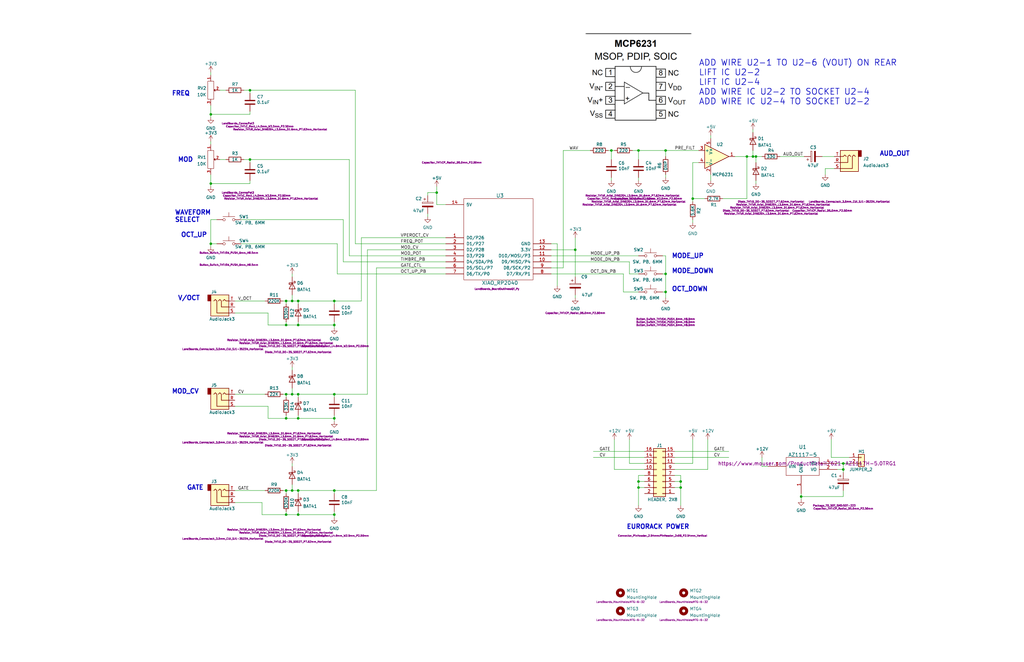
<source format=kicad_sch>
(kicad_sch (version 20211123) (generator eeschema)
  (paper "B")
  (title_block (title "VOLTAGE CONTROLLED OSC") (date "2022-09-21") (rev "1") (company "LAND BOARDS LLC") (comment 1 "https://note.com/solder_state/n/nca6a1dec3921"))
  (lib_symbols
    (symbol "Amplifier_Operational:MCP6001-OT" (pin_names (offset 0.127))
      (property "Reference" "U" (at -1.27 6.35 0))
      (property "Value" "MCP6001-OT" (at -1.27 3.81 0))
      (symbol "MCP6001-OT_0_1"
        (polyline (pts (xy -5.08 5.08) (xy 5.08 0) (xy -5.08 -5.08) (xy -5.08 5.08)) (stroke (width 0.254)) (fill (type background)))
        (pin power_in line (at -2.54 -7.62 90) (length 3.81) (name "V-") (number "2"))
        (pin power_in line (at -2.54 7.62 270) (length 3.81) (name "V+") (number "5"))
      )
      (symbol "MCP6001-OT_1_1"
        (pin output line (at 7.62 0 180) (length 2.54) (name "~") (number "1"))
        (pin input line (at -7.62 2.54 0) (length 2.54) (name "+") (number "3"))
        (pin input line (at -7.62 -2.54 0) (length 2.54) (name "-") (number "4"))
      )
    )
    (symbol "Connector:AudioJack3"
      (property "Reference" "J" (at 0 8.89 0))
      (property "Value" "AudioJack3" (at 0 6.35 0))
      (symbol "AudioJack3_0_1"
        (rectangle (start -5.08 -5.08) (end -6.35 -2.54) (stroke (width 0.254)) (fill (type outline)))
        (polyline (pts (xy 0 -2.54) (xy 0.635 -3.175) (xy 1.27 -2.54) (xy 2.54 -2.54)) (stroke (width 0.254)))
        (polyline (pts (xy -1.905 -2.54) (xy -1.27 -3.175) (xy -0.635 -2.54) (xy -0.635 0) (xy 2.54 0)) (stroke (width 0.254)))
        (polyline (pts (xy 2.54 2.54) (xy -2.54 2.54) (xy -2.54 -2.54) (xy -3.175 -3.175) (xy -3.81 -2.54)) (stroke (width 0.254)))
        (rectangle (start 2.54 3.81) (end -5.08 -5.08) (stroke (width 0.254)) (fill (type background)))
      )
      (symbol "AudioJack3_1_1"
        (pin passive line (at 5.08 0 180) (length 2.54) (name "~") (number "R"))
        (pin passive line (at 5.08 2.54 180) (length 2.54) (name "~") (number "S"))
        (pin passive line (at 5.08 -2.54 180) (length 2.54) (name "~") (number "T"))
      )
    )
    (symbol "Connector_Generic:Conn_01x02" (pin_names (offset 1.016) hide)
      (property "Reference" "J" (at 0 2.54 0))
      (property "Value" "Conn_01x02" (at 0 -5.08 0))
      (symbol "Conn_01x02_1_1"
        (rectangle (start -1.27 -2.413) (end 0 -2.667) (stroke (width 0.1524)))
        (rectangle (start -1.27 0.127) (end 0 -0.127) (stroke (width 0.1524)))
        (rectangle (start -1.27 1.27) (end 1.27 -3.81) (stroke (width 0.254)) (fill (type background)))
        (pin passive line (at -5.08 0 0) (length 3.81) (name "Pin_1") (number "1"))
        (pin passive line (at -5.08 -2.54 0) (length 3.81) (name "Pin_2") (number "2"))
      )
    )
    (symbol "Connector_Generic:Conn_02x08_Odd_Even" (pin_names (offset 1.016) hide)
      (property "Reference" "J" (at 1.27 10.16 0))
      (property "Value" "Conn_02x08_Odd_Even" (at 1.27 -12.7 0))
      (symbol "Conn_02x08_Odd_Even_1_1"
        (rectangle (start -1.27 -10.033) (end 0 -10.287) (stroke (width 0.1524)))
        (rectangle (start -1.27 -7.493) (end 0 -7.747) (stroke (width 0.1524)))
        (rectangle (start -1.27 -4.953) (end 0 -5.207) (stroke (width 0.1524)))
        (rectangle (start -1.27 -2.413) (end 0 -2.667) (stroke (width 0.1524)))
        (rectangle (start -1.27 0.127) (end 0 -0.127) (stroke (width 0.1524)))
        (rectangle (start -1.27 2.667) (end 0 2.413) (stroke (width 0.1524)))
        (rectangle (start -1.27 5.207) (end 0 4.953) (stroke (width 0.1524)))
        (rectangle (start -1.27 7.747) (end 0 7.493) (stroke (width 0.1524)))
        (rectangle (start -1.27 8.89) (end 3.81 -11.43) (stroke (width 0.254)) (fill (type background)))
        (rectangle (start 3.81 -10.033) (end 2.54 -10.287) (stroke (width 0.1524)))
        (rectangle (start 3.81 -7.493) (end 2.54 -7.747) (stroke (width 0.1524)))
        (rectangle (start 3.81 -4.953) (end 2.54 -5.207) (stroke (width 0.1524)))
        (rectangle (start 3.81 -2.413) (end 2.54 -2.667) (stroke (width 0.1524)))
        (rectangle (start 3.81 0.127) (end 2.54 -0.127) (stroke (width 0.1524)))
        (rectangle (start 3.81 2.667) (end 2.54 2.413) (stroke (width 0.1524)))
        (rectangle (start 3.81 5.207) (end 2.54 4.953) (stroke (width 0.1524)))
        (rectangle (start 3.81 7.747) (end 2.54 7.493) (stroke (width 0.1524)))
        (pin passive line (at -5.08 7.62 0) (length 3.81) (name "Pin_1") (number "1"))
        (pin passive line (at 7.62 -2.54 180) (length 3.81) (name "Pin_10") (number "10"))
        (pin passive line (at -5.08 -5.08 0) (length 3.81) (name "Pin_11") (number "11"))
        (pin passive line (at 7.62 -5.08 180) (length 3.81) (name "Pin_12") (number "12"))
        (pin passive line (at -5.08 -7.62 0) (length 3.81) (name "Pin_13") (number "13"))
        (pin passive line (at 7.62 -7.62 180) (length 3.81) (name "Pin_14") (number "14"))
        (pin passive line (at -5.08 -10.16 0) (length 3.81) (name "Pin_15") (number "15"))
        (pin passive line (at 7.62 -10.16 180) (length 3.81) (name "Pin_16") (number "16"))
        (pin passive line (at 7.62 7.62 180) (length 3.81) (name "Pin_2") (number "2"))
        (pin passive line (at -5.08 5.08 0) (length 3.81) (name "Pin_3") (number "3"))
        (pin passive line (at 7.62 5.08 180) (length 3.81) (name "Pin_4") (number "4"))
        (pin passive line (at -5.08 2.54 0) (length 3.81) (name "Pin_5") (number "5"))
        (pin passive line (at 7.62 2.54 180) (length 3.81) (name "Pin_6") (number "6"))
        (pin passive line (at -5.08 0 0) (length 3.81) (name "Pin_7") (number "7"))
        (pin passive line (at 7.62 0 180) (length 3.81) (name "Pin_8") (number "8"))
        (pin passive line (at -5.08 -2.54 0) (length 3.81) (name "Pin_9") (number "9"))
      )
    )
    (symbol "Device:C" (pin_numbers hide) (pin_names (offset 0.254))
      (property "Reference" "C" (at 0.635 2.54 0))
      (property "Value" "C" (at 0.635 -2.54 0))
      (symbol "C_0_1"
        (polyline (pts (xy -2.032 -0.762) (xy 2.032 -0.762)) (stroke (width 0.508)))
        (polyline (pts (xy -2.032 0.762) (xy 2.032 0.762)) (stroke (width 0.508)))
      )
      (symbol "C_1_1"
        (pin passive line (at 0 3.81 270) (length 2.794) (name "~") (number "1"))
        (pin passive line (at 0 -3.81 90) (length 2.794) (name "~") (number "2"))
      )
    )
    (symbol "Device:C_Polarized" (pin_numbers hide) (pin_names (offset 0.254))
      (property "Reference" "C" (at 0.635 2.54 0))
      (property "Value" "C_Polarized" (at 0.635 -2.54 0))
      (symbol "C_Polarized_0_1"
        (rectangle (start -2.286 0.508) (end 2.286 1.016))
        (polyline (pts (xy -1.778 2.286) (xy -0.762 2.286)))
        (polyline (pts (xy -1.27 2.794) (xy -1.27 1.778)))
        (rectangle (start 2.286 -0.508) (end -2.286 -1.016) (fill (type outline)))
      )
      (symbol "C_Polarized_1_1"
        (pin passive line (at 0 3.81 270) (length 2.794) (name "~") (number "1"))
        (pin passive line (at 0 -3.81 90) (length 2.794) (name "~") (number "2"))
      )
    )
    (symbol "Device:D_Schottky" (pin_numbers hide) (pin_names (offset 1.016) hide)
      (property "Reference" "D" (at 0 2.54 0))
      (property "Value" "D_Schottky" (at 0 -2.54 0))
      (symbol "D_Schottky_0_1"
        (polyline (pts (xy 1.27 0) (xy -1.27 0)))
        (polyline (pts (xy 1.27 1.27) (xy 1.27 -1.27) (xy -1.27 0) (xy 1.27 1.27)) (stroke (width 0.254)))
        (polyline (pts (xy -1.905 0.635) (xy -1.905 1.27) (xy -1.27 1.27) (xy -1.27 -1.27) (xy -0.635 -1.27) (xy -0.635 -0.635)) (stroke (width 0.254)))
      )
      (symbol "D_Schottky_1_1"
        (pin passive line (at -3.81 0 0) (length 2.54) (name "K") (number "1"))
        (pin passive line (at 3.81 0 180) (length 2.54) (name "A") (number "2"))
      )
    )
    (symbol "Device:R" (pin_numbers hide) (pin_names (offset 0))
      (property "Reference" "R" (at 2.032 0 90))
      (property "Value" "R" (at 0 0 90))
      (symbol "R_0_1"
        (rectangle (start -1.016 -2.54) (end 1.016 2.54) (stroke (width 0.254)))
      )
      (symbol "R_1_1"
        (pin passive line (at 0 3.81 270) (length 1.27) (name "~") (number "1"))
        (pin passive line (at 0 -3.81 90) (length 1.27) (name "~") (number "2"))
      )
    )
    (symbol "LandBoards:POT" (pin_names (offset 1.016) hide)
      (property "Reference" "RV" (at 0 -2.54 0))
      (property "Value" "POT" (at 0 0 0))
      (symbol "POT_0_1"
        (rectangle (start -3.81 1.27) (end 3.81 -1.27))
        (polyline (pts (xy 0 1.27) (xy -0.508 1.778) (xy 0.508 1.778)) (fill (type outline)))
      )
      (symbol "POT_1_1"
        (pin passive line (at -6.35 0 0) (length 2.54) (name "1") (number "1"))
        (pin passive line (at 0 3.81 270) (length 2.032) (name "2") (number "2"))
        (pin passive line (at 6.35 0 180) (length 2.54) (name "3") (number "3"))
      )
    )
    (symbol "LandBoards_Cards:XIAO_RP2040" (pin_names (offset 1.016))
      (property "Reference" "BRD" (at 0 25.4 0))
      (property "Value" "XIAO_RP2040" (at 0 -11.43 0))
      (symbol "XIAO_RP2040_0_0"
        (rectangle (start -15.24 24.13) (end 13.97 -10.16))
      )
      (symbol "XIAO_RP2040_1_1"
        (pin bidirectional line (at -22.86 7.62 0) (length 7.62) (name "D0/P26") (number "1"))
        (pin bidirectional line (at 21.59 -2.54 180) (length 7.62) (name "D9/MISO/P4") (number "10"))
        (pin bidirectional line (at 21.59 0 180) (length 7.62) (name "D10/MOSI/P3") (number "11"))
        (pin power_out line (at 21.59 2.54 180) (length 7.62) (name "3.3V") (number "12"))
        (pin power_in line (at 21.59 5.08 180) (length 7.62) (name "GND") (number "13"))
        (pin power_in line (at -22.86 21.59 0) (length 7.62) (name "5V") (number "14"))
        (pin bidirectional line (at -22.86 5.08 0) (length 7.62) (name "D1/P27") (number "2"))
        (pin bidirectional line (at -22.86 2.54 0) (length 7.62) (name "D2/P28") (number "3"))
        (pin bidirectional line (at -22.86 0 0) (length 7.62) (name "D3/P29") (number "4"))
        (pin bidirectional line (at -22.86 -2.54 0) (length 7.62) (name "D4/SDA/P6") (number "5"))
        (pin bidirectional line (at -22.86 -5.08 0) (length 7.62) (name "D5/SCL/P7") (number "6"))
        (pin bidirectional line (at -22.86 -7.62 0) (length 7.62) (name "D6/TX/P0") (number "7"))
        (pin bidirectional line (at 21.59 -7.62 180) (length 7.62) (name "D7/RX/P1") (number "8"))
        (pin bidirectional line (at 21.59 -5.08 180) (length 7.62) (name "D8/SCK/P2") (number "9"))
      )
    )
    (symbol "LandBoards_Semis:AP1117" (pin_names (offset 1.016))
      (property "Reference" "U" (at 2.54 3.81 0))
      (property "Value" "AP1117" (at 6.35 -6.35 0))
      (symbol "AP1117_0_1"
        (polyline (pts (xy -8.89 -5.08) (xy -8.89 2.54) (xy 5.08 2.54) (xy 5.08 -5.08) (xy -8.89 -5.08)))
      )
      (symbol "AP1117_1_1"
        (pin power_in line (at -2.54 -12.7 90) (length 7.62) (name "GND") (number "1"))
        (pin passive line (at 12.7 -2.54 180) (length 7.62) (name "VO") (number "2"))
        (pin power_in line (at -16.51 -1.27 0) (length 7.62) (name "VIN") (number "3"))
        (pin power_out line (at 12.7 0 180) (length 7.62) (name "VO") (number "4"))
      )
    )
    (symbol "Mechanical:MountingHole" (pin_names (offset 1.016))
      (property "Reference" "H" (at 0 5.08 0))
      (property "Value" "MountingHole" (at 0 3.175 0))
      (symbol "MountingHole_0_1"
        (circle (center 0 0) (radius 1.27) (stroke (width 1.27)))
      )
    )
    (symbol "Switch:SW_Push" (pin_numbers hide) (pin_names (offset 1.016) hide)
      (property "Reference" "SW" (at 1.27 2.54 0))
      (property "Value" "SW_Push" (at 0 -1.524 0))
      (symbol "SW_Push_0_1"
        (circle (center -2.032 0) (radius 0.508))
        (polyline (pts (xy 0 1.27) (xy 0 3.048)))
        (polyline (pts (xy 2.54 1.27) (xy -2.54 1.27)))
        (circle (center 2.032 0) (radius 0.508))
        (pin passive line (at -5.08 0 0) (length 2.54) (name "1") (number "1"))
        (pin passive line (at 5.08 0 180) (length 2.54) (name "2") (number "2"))
      )
    )
    (symbol "power:+12V" (power) (pin_names (offset 0))
      (property "Value" "+12V" (at 0 3.556 0))
      (symbol "+12V_0_1"
        (polyline (pts (xy -0.762 1.27) (xy 0 2.54)))
        (polyline (pts (xy 0 0) (xy 0 2.54)))
        (polyline (pts (xy 0 2.54) (xy 0.762 1.27)))
      )
      (symbol "+12V_1_1"
        (pin power_in line (at 0 0 90) (length 0) hide (name "+12V") (number "1"))
      )
    )
    (symbol "power:+3.3V" (power) (pin_names (offset 0))
      (property "Value" "+3.3V" (at 0 3.556 0))
      (symbol "+3.3V_0_1"
        (polyline (pts (xy -0.762 1.27) (xy 0 2.54)))
        (polyline (pts (xy 0 0) (xy 0 2.54)))
        (polyline (pts (xy 0 2.54) (xy 0.762 1.27)))
      )
      (symbol "+3.3V_1_1"
        (pin power_in line (at 0 0 90) (length 0) hide (name "+3V3") (number "1"))
      )
    )
    (symbol "power:+5V" (power) (pin_names (offset 0))
      (property "Value" "+5V" (at 0 3.556 0))
      (symbol "+5V_0_1"
        (polyline (pts (xy -0.762 1.27) (xy 0 2.54)))
        (polyline (pts (xy 0 0) (xy 0 2.54)))
        (polyline (pts (xy 0 2.54) (xy 0.762 1.27)))
      )
      (symbol "+5V_1_1"
        (pin power_in line (at 0 0 90) (length 0) hide (name "+5V") (number "1"))
      )
    )
    (symbol "power:GND" (power) (pin_names (offset 0))
      (property "Value" "GND" (at 0 -3.81 0))
      (symbol "GND_0_1"
        (polyline (pts (xy 0 0) (xy 0 -1.27) (xy 1.27 -1.27) (xy 0 -2.54) (xy -1.27 -1.27) (xy 0 -1.27)))
      )
      (symbol "GND_1_1"
        (pin power_in line (at 0 0 270) (length 0) hide (name "GND") (number "1"))
      )
    )
  )
  (junction (at 120.65 137.16))
  (junction (at 287.02 205.74))
  (junction (at 140.97 176.53))
  (junction (at 120.65 207.01))
  (junction (at 269.24 203.2))
  (junction (at 105.41 67.31))
  (junction (at 242.57 105.41))
  (junction (at 120.65 166.37))
  (junction (at 280.67 123.19))
  (junction (at 123.19 127))
  (junction (at 269.24 63.5))
  (junction (at 337.82 209.55))
  (junction (at 280.67 63.5))
  (junction (at 88.9 102.87))
  (junction (at 140.97 166.37))
  (junction (at 140.97 127))
  (junction (at 120.65 176.53))
  (junction (at 120.65 127))
  (junction (at 184.15 81.28))
  (junction (at 257.81 63.5))
  (junction (at 140.97 137.16))
  (junction (at 140.97 217.17))
  (junction (at 287.02 203.2))
  (junction (at 292.1 83.82))
  (junction (at 125.73 137.16))
  (junction (at 280.67 115.57))
  (junction (at 125.73 207.01))
  (junction (at 140.97 207.01))
  (junction (at 123.19 207.01))
  (junction (at 125.73 176.53))
  (junction (at 88.9 48.26))
  (junction (at 314.96 66.04))
  (junction (at 125.73 127))
  (junction (at 120.65 217.17))
  (junction (at 105.41 38.1))
  (junction (at 355.6 198.12))
  (junction (at 355.6 195.58))
  (junction (at 317.5 66.04))
  (junction (at 269.24 205.74))
  (junction (at 125.73 217.17))
  (junction (at 318.77 66.04))
  (junction (at 123.19 166.37))
  (junction (at 125.73 166.37))
  (junction (at 88.9 77.47))
  (wire (pts (xy 120.65 166.37) (xy 123.19 166.37)))
  (wire (pts (xy 259.08 185.42) (xy 259.08 198.12)))
  (wire (pts (xy 287.02 203.2) (xy 287.02 205.74)))
  (wire (pts (xy 92.71 38.1) (xy 95.25 38.1)))
  (wire (pts (xy 88.9 48.26) (xy 88.9 44.45)))
  (wire (pts (xy 113.03 132.08) (xy 99.06 132.08)))
  (wire (pts (xy 353.06 195.58) (xy 355.6 195.58)))
  (wire (pts (xy 123.19 124.46) (xy 123.19 127)))
  (wire (pts (xy 318.77 66.04) (xy 321.31 66.04)))
  (wire (pts (xy 232.41 105.41) (xy 242.57 105.41)))
  (wire (pts (xy 284.48 198.12) (xy 298.45 198.12)))
  (wire (pts (xy 125.73 127) (xy 125.73 128.27)))
  (wire (pts (xy 105.41 38.1) (xy 149.86 38.1)))
  (wire (pts (xy 353.06 198.12) (xy 355.6 198.12)))
  (wire (pts (xy 299.72 73.66) (xy 299.72 76.2)))
  (wire (pts (xy 317.5 54.61) (xy 317.5 55.88)))
  (wire (pts (xy 123.19 127) (xy 125.73 127)))
  (wire (pts (xy 125.73 207.01) (xy 125.73 208.28)))
  (wire (pts (xy 347.98 71.12) (xy 351.79 71.12)))
  (wire (pts (xy 144.78 92.71) (xy 144.78 110.49)))
  (wire (pts (xy 152.4 100.33) (xy 187.96 100.33)))
  (wire (pts (xy 337.82 209.55) (xy 355.6 209.55)))
  (wire (pts (xy 180.34 91.44) (xy 180.34 90.17)))
  (wire (pts (xy 346.71 66.04) (xy 351.79 66.04)))
  (wire (pts (xy 284.48 190.5) (xy 307.34 190.5)))
  (wire (pts (xy 123.19 163.83) (xy 123.19 166.37)))
  (wire (pts (xy 187.96 113.03) (xy 158.75 113.03)))
  (wire (pts (xy 120.65 137.16) (xy 120.65 135.89)))
  (wire (pts (xy 232.41 113.03) (xy 237.49 113.03)))
  (wire (pts (xy 257.81 63.5) (xy 257.81 67.31)))
  (wire (pts (xy 88.9 59.69) (xy 88.9 60.96)))
  (wire (pts (xy 259.08 63.5) (xy 257.81 63.5)))
  (wire (pts (xy 119.38 127) (xy 120.65 127)))
  (wire (pts (xy 101.6 92.71) (xy 144.78 92.71)))
  (wire (pts (xy 279.4 115.57) (xy 280.67 115.57)))
  (wire (pts (xy 120.65 217.17) (xy 120.65 215.9)))
  (wire (pts (xy 298.45 185.42) (xy 298.45 198.12)))
  (wire (pts (xy 321.31 196.85) (xy 323.85 196.85)))
  (wire (pts (xy 152.4 127) (xy 140.97 127)))
  (wire (pts (xy 280.67 73.66) (xy 280.67 74.93)))
  (wire (pts (xy 125.73 176.53) (xy 120.65 176.53)))
  (wire (pts (xy 99.06 207.01) (xy 111.76 207.01)))
  (wire (pts (xy 271.78 198.12) (xy 259.08 198.12)))
  (wire (pts (xy 350.52 193.04) (xy 350.52 185.42)))
  (wire (pts (xy 184.15 86.36) (xy 184.15 81.28)))
  (wire (pts (xy 113.03 171.45) (xy 99.06 171.45)))
  (wire (pts (xy 284.48 200.66) (xy 287.02 200.66)))
  (wire (pts (xy 184.15 81.28) (xy 184.15 78.74)))
  (wire (pts (xy 125.73 215.9) (xy 125.73 217.17)))
  (wire (pts (xy 314.96 66.04) (xy 317.5 66.04)))
  (wire (pts (xy 105.41 38.1) (xy 105.41 39.37)))
  (wire (pts (xy 140.97 176.53) (xy 140.97 177.8)))
  (wire (pts (xy 237.49 63.5) (xy 248.92 63.5)))
  (wire (pts (xy 232.41 115.57) (xy 262.89 115.57)))
  (wire (pts (xy 110.49 217.17) (xy 120.65 217.17)))
  (wire (pts (xy 140.97 127) (xy 125.73 127)))
  (wire (pts (xy 105.41 76.2) (xy 105.41 77.47)))
  (wire (pts (xy 154.94 105.41) (xy 187.96 105.41)))
  (wire (pts (xy 337.82 209.55) (xy 337.82 210.82)))
  (wire (pts (xy 184.15 86.36) (xy 187.96 86.36)))
  (wire (pts (xy 257.81 76.2) (xy 257.81 74.93)))
  (wire (pts (xy 232.41 107.95) (xy 269.24 107.95)))
  (wire (pts (xy 250.19 190.5) (xy 271.78 190.5)))
  (wire (pts (xy 304.8 83.82) (xy 314.96 83.82)))
  (wire (pts (xy 271.78 200.66) (xy 269.24 200.66)))
  (wire (pts (xy 347.98 73.66) (xy 347.98 71.12)))
  (wire (pts (xy 237.49 63.5) (xy 237.49 113.03)))
  (wire (pts (xy 158.75 207.01) (xy 140.97 207.01)))
  (wire (pts (xy 140.97 175.26) (xy 140.97 176.53)))
  (wire (pts (xy 140.97 137.16) (xy 140.97 138.43)))
  (wire (pts (xy 120.65 166.37) (xy 120.65 167.64)))
  (wire (pts (xy 265.43 115.57) (xy 269.24 115.57)))
  (wire (pts (xy 125.73 217.17) (xy 120.65 217.17)))
  (wire (pts (xy 140.97 166.37) (xy 125.73 166.37)))
  (wire (pts (xy 269.24 76.2) (xy 269.24 74.93)))
  (wire (pts (xy 266.7 63.5) (xy 269.24 63.5)))
  (wire (pts (xy 280.67 63.5) (xy 280.67 66.04)))
  (wire (pts (xy 280.67 123.19) (xy 280.67 125.73)))
  (wire (pts (xy 232.41 110.49) (xy 265.43 110.49)))
  (wire (pts (xy 355.6 198.12) (xy 355.6 199.39)))
  (wire (pts (xy 265.43 110.49) (xy 265.43 115.57)))
  (wire (pts (xy 271.78 195.58) (xy 265.43 195.58)))
  (wire (pts (xy 269.24 205.74) (xy 271.78 205.74)))
  (wire (pts (xy 144.78 110.49) (xy 187.96 110.49)))
  (wire (pts (xy 184.15 81.28) (xy 180.34 81.28)))
  (wire (pts (xy 154.94 166.37) (xy 140.97 166.37)))
  (wire (pts (xy 125.73 166.37) (xy 125.73 167.64)))
  (wire (pts (xy 318.77 66.04) (xy 318.77 68.58)))
  (wire (pts (xy 292.1 68.58) (xy 294.64 68.58)))
  (wire (pts (xy 140.97 128.27) (xy 140.97 127)))
  (wire (pts (xy 125.73 217.17) (xy 140.97 217.17)))
  (wire (pts (xy 123.19 115.57) (xy 123.19 116.84)))
  (wire (pts (xy 280.67 115.57) (xy 280.67 107.95)))
  (wire (pts (xy 125.73 175.26) (xy 125.73 176.53)))
  (wire (pts (xy 99.06 127) (xy 111.76 127)))
  (wire (pts (xy 88.9 104.14) (xy 88.9 102.87)))
  (wire (pts (xy 113.03 137.16) (xy 113.03 132.08)))
  (wire (pts (xy 287.02 200.66) (xy 287.02 203.2)))
  (wire (pts (xy 292.1 83.82) (xy 292.1 85.09)))
  (wire (pts (xy 309.88 66.04) (xy 314.96 66.04)))
  (wire (pts (xy 102.87 38.1) (xy 105.41 38.1)))
  (wire (pts (xy 152.4 100.33) (xy 152.4 127)))
  (wire (pts (xy 284.48 193.04) (xy 307.34 193.04)))
  (wire (pts (xy 140.97 167.64) (xy 140.97 166.37)))
  (wire (pts (xy 99.06 166.37) (xy 111.76 166.37)))
  (wire (pts (xy 105.41 67.31) (xy 147.32 67.31)))
  (wire (pts (xy 262.89 115.57) (xy 262.89 123.19)))
  (wire (pts (xy 120.65 127) (xy 123.19 127)))
  (wire (pts (xy 314.96 83.82) (xy 314.96 66.04)))
  (wire (pts (xy 149.86 102.87) (xy 187.96 102.87)))
  (wire (pts (xy 123.19 204.47) (xy 123.19 207.01)))
  (wire (pts (xy 292.1 92.71) (xy 292.1 93.98)))
  (wire (pts (xy 88.9 49.53) (xy 88.9 48.26)))
  (wire (pts (xy 142.24 102.87) (xy 101.6 102.87)))
  (wire (pts (xy 99.06 212.09) (xy 110.49 212.09)))
  (wire (pts (xy 269.24 200.66) (xy 269.24 203.2)))
  (wire (pts (xy 232.41 102.87) (xy 234.95 102.87)))
  (wire (pts (xy 280.67 63.5) (xy 294.64 63.5)))
  (wire (pts (xy 120.65 176.53) (xy 113.03 176.53)))
  (wire (pts (xy 280.67 123.19) (xy 280.67 115.57)))
  (wire (pts (xy 110.49 212.09) (xy 110.49 217.17)))
  (wire (pts (xy 257.81 63.5) (xy 256.54 63.5)))
  (wire (pts (xy 299.72 57.15) (xy 299.72 58.42)))
  (wire (pts (xy 158.75 113.03) (xy 158.75 207.01)))
  (wire (pts (xy 242.57 125.73) (xy 242.57 124.46)))
  (wire (pts (xy 321.31 193.04) (xy 321.31 196.85)))
  (wire (pts (xy 269.24 63.5) (xy 280.67 63.5)))
  (wire (pts (xy 317.5 66.04) (xy 318.77 66.04)))
  (wire (pts (xy 358.14 193.04) (xy 350.52 193.04)))
  (wire (pts (xy 147.32 107.95) (xy 187.96 107.95)))
  (wire (pts (xy 88.9 102.87) (xy 91.44 102.87)))
  (wire (pts (xy 123.19 166.37) (xy 125.73 166.37)))
  (wire (pts (xy 269.24 205.74) (xy 269.24 213.36)))
  (wire (pts (xy 125.73 137.16) (xy 140.97 137.16)))
  (wire (pts (xy 88.9 77.47) (xy 88.9 73.66)))
  (wire (pts (xy 119.38 166.37) (xy 120.65 166.37)))
  (wire (pts (xy 92.71 67.31) (xy 95.25 67.31)))
  (wire (pts (xy 180.34 81.28) (xy 180.34 82.55)))
  (wire (pts (xy 292.1 195.58) (xy 292.1 185.42)))
  (wire (pts (xy 337.82 208.28) (xy 337.82 209.55)))
  (wire (pts (xy 355.6 209.55) (xy 355.6 207.01)))
  (wire (pts (xy 328.93 66.04) (xy 339.09 66.04)))
  (wire (pts (xy 355.6 195.58) (xy 358.14 195.58)))
  (wire (pts (xy 318.77 77.47) (xy 318.77 76.2)))
  (wire (pts (xy 287.02 205.74) (xy 287.02 213.36)))
  (wire (pts (xy 105.41 46.99) (xy 105.41 48.26)))
  (wire (pts (xy 355.6 198.12) (xy 355.6 195.58)))
  (wire (pts (xy 88.9 30.48) (xy 88.9 31.75)))
  (wire (pts (xy 120.65 137.16) (xy 113.03 137.16)))
  (wire (pts (xy 147.32 107.95) (xy 147.32 67.31)))
  (wire (pts (xy 140.97 207.01) (xy 125.73 207.01)))
  (wire (pts (xy 102.87 67.31) (xy 105.41 67.31)))
  (wire (pts (xy 269.24 203.2) (xy 271.78 203.2)))
  (wire (pts (xy 242.57 100.33) (xy 242.57 105.41)))
  (wire (pts (xy 120.65 176.53) (xy 120.65 175.26)))
  (wire (pts (xy 140.97 215.9) (xy 140.97 217.17)))
  (wire (pts (xy 262.89 123.19) (xy 269.24 123.19)))
  (wire (pts (xy 269.24 203.2) (xy 269.24 205.74)))
  (wire (pts (xy 123.19 195.58) (xy 123.19 196.85)))
  (wire (pts (xy 154.94 105.41) (xy 154.94 166.37)))
  (wire (pts (xy 88.9 48.26) (xy 105.41 48.26)))
  (wire (pts (xy 125.73 137.16) (xy 120.65 137.16)))
  (wire (pts (xy 284.48 205.74) (xy 287.02 205.74)))
  (wire (pts (xy 250.19 193.04) (xy 271.78 193.04)))
  (wire (pts (xy 123.19 154.94) (xy 123.19 156.21)))
  (wire (pts (xy 123.19 207.01) (xy 125.73 207.01)))
  (wire (pts (xy 234.95 102.87) (xy 234.95 120.65)))
  (wire (pts (xy 88.9 92.71) (xy 91.44 92.71)))
  (wire (pts (xy 88.9 77.47) (xy 105.41 77.47)))
  (wire (pts (xy 113.03 176.53) (xy 113.03 171.45)))
  (wire (pts (xy 140.97 135.89) (xy 140.97 137.16)))
  (wire (pts (xy 269.24 63.5) (xy 269.24 67.31)))
  (wire (pts (xy 284.48 195.58) (xy 292.1 195.58)))
  (wire (pts (xy 292.1 83.82) (xy 292.1 68.58)))
  (wire (pts (xy 88.9 92.71) (xy 88.9 102.87)))
  (wire (pts (xy 265.43 195.58) (xy 265.43 185.42)))
  (wire (pts (xy 125.73 176.53) (xy 140.97 176.53)))
  (wire (pts (xy 120.65 127) (xy 120.65 128.27)))
  (wire (pts (xy 125.73 135.89) (xy 125.73 137.16)))
  (wire (pts (xy 284.48 203.2) (xy 287.02 203.2)))
  (wire (pts (xy 140.97 208.28) (xy 140.97 207.01)))
  (wire (pts (xy 279.4 123.19) (xy 280.67 123.19)))
  (wire (pts (xy 297.18 83.82) (xy 292.1 83.82)))
  (wire (pts (xy 280.67 107.95) (xy 279.4 107.95)))
  (wire (pts (xy 149.86 38.1) (xy 149.86 102.87)))
  (wire (pts (xy 242.57 116.84) (xy 242.57 105.41)))
  (wire (pts (xy 105.41 67.31) (xy 105.41 68.58)))
  (wire (pts (xy 142.24 115.57) (xy 142.24 102.87)))
  (wire (pts (xy 120.65 207.01) (xy 120.65 208.28)))
  (wire (pts (xy 140.97 217.17) (xy 140.97 218.44)))
  (wire (pts (xy 317.5 63.5) (xy 317.5 66.04)))
  (wire (pts (xy 119.38 207.01) (xy 120.65 207.01)))
  (wire (pts (xy 120.65 207.01) (xy 123.19 207.01)))
  (wire (pts (xy 142.24 115.57) (xy 187.96 115.57)))
  (wire (pts (xy 88.9 78.74) (xy 88.9 77.47)))
  (image (at 269.24 34.29))
  (text "OCT_UP" (at 76.2 100.33 0) (effects (font (size 1.905 1.905) (thickness 0.381) bold) (justify left bottom)))
  (text "AUD_OUT" (at 370.84 66.04 0) (effects (font (size 1.905 1.905) (thickness 0.381) bold) (justify left bottom)))
  (text "GATE" (at 78.74 207.01 0) (effects (font (size 1.905 1.905) (thickness 0.381) bold) (justify left bottom)))
  (text "V/OCT" (at 74.93 127 0) (effects (font (size 1.905 1.905) (thickness 0.381) bold) (justify left bottom)))
  (text "MODE_DOWN" (at 283.21 115.57 0) (effects (font (size 1.905 1.905) (thickness 0.381) bold) (justify left bottom)))
  (text "MOD_CV" (at 72.39 166.37 0) (effects (font (size 1.905 1.905) (thickness 0.381) bold) (justify left bottom)))
  (text "FREQ" (at 72.39 40.64 0) (effects (font (size 1.905 1.905) (thickness 0.381) bold) (justify left bottom)))
  (text "OCT_DOWN" (at 283.21 123.19 0) (effects (font (size 1.905 1.905) (thickness 0.381) bold) (justify left bottom)))
  (text "MODE_UP" (at 283.21 109.22 0) (effects (font (size 1.905 1.905) (thickness 0.381) bold) (justify left bottom)))
  (text "ADD WIRE U2-1 TO U2-6 (VOUT) ON REAR\nLIFT IC U2-2\nLIFT IC U2-4\nADD WIRE IC U2-2 TO SOCKET U2-4\nADD WIRE IC U2-4 TO SOCKET U2-2" (at 294.64 44.45 0) (effects (font (size 2.54 2.54) (thickness 0.254) bold) (justify left bottom)))
  (text "WAVEFORM\nSELECT" (at 73.66 93.98 0) (effects (font (size 1.905 1.905) (thickness 0.381) bold) (justify left bottom)))
  (text "MOD" (at 74.93 68.58 0) (effects (font (size 1.905 1.905) (thickness 0.381) bold) (justify left bottom)))
  (text "EURORACK POWER" (at 264.16 223.52 0) (effects (font (size 1.905 1.905) (thickness 0.381) bold) (justify left bottom)))
  (label "OCT_DN_PB" (at 248.92 115.57 0))
  (label "MODE_DN_PB" (at 248.92 110.49 0))
  (label "GATE_CTL" (at 168.91 113.03 0))
  (label "V_OCT" (at 100.33 127 0))
  (label "GATE" (at 252.73 190.5 0))
  (label "MOD_CV" (at 168.91 105.41 0))
  (label "FREQ_POT" (at 168.91 102.87 0))
  (label "MOD_POT" (at 168.91 107.95 0))
  (label "TIMBRE_PB" (at 168.91 110.49 0))
  (label "CV" (at 300.99 193.04 0))
  (label "WAV" (at 240.03 63.5 0))
  (label "VPEROCT_CV" (at 168.91 100.33 0))
  (label "CV" (at 252.73 193.04 0))
  (label "CV" (at 100.33 166.37 0))
  (label "AUD_OUT" (at 330.2 66.04 0))
  (label "MODE_UP_PB" (at 248.92 107.95 0))
  (label "GATE" (at 300.99 190.5 0))
  (label "GATE" (at 100.33 207.01 0))
  (label "PRE_FILT" (at 284.48 63.5 0))
  (label "OCT_UP_PB" (at 168.91 115.57 0))
  (symbol (lib_id "LandBoards:POT") (at 88.9 67.31 270) (unit 1)
    (property "Reference" "RV1" (at 86.995 66.4015 90) (effects (justify right)))
    (property "Value" "10K" (at 86.995 69.1766 90) (effects (justify right)))
    (property "Footprint" "LandBoards_Conns:Pot3" (at 100.33 81.28 90) (effects (font (size 0.762 0.762) bold)))
  )
  (symbol (lib_id "power:GND") (at 234.95 120.65 0) (unit 1)
    (property "Reference" "#PWR0105" (effects hide))
    (property "Value" "GND" (at 234.95 125.2125 0))
  )
  (symbol (lib_id "Device:C") (at 140.97 171.45 0) (unit 1)
    (property "Reference" "C11" (at 143.891 169.1386 0) (effects (justify left)))
    (property "Value" "10nF" (at 143.891 171.45 0) (effects (justify left)))
    (property "Footprint" "Capacitor_THT:C_Rect_L4.0mm_W2.5mm_P2.50mm" (at 127 185.42 0) (effects (font (size 0.762 0.762)) (justify left)))
    (property "Datasheet" "https://www.mouser.com/ProductDetail/594-K103K10X7RF53L2" (effects hide))
  )
  (symbol (lib_id "power:GND") (at 88.9 78.74 0) (unit 1)
    (property "Reference" "#PWR0109" (effects hide))
    (property "Value" "GND" (at 88.9 83.3025 0))
  )
  (symbol (lib_id "Device:C_Polarized") (at 355.6 203.2 0) (unit 1)
    (property "Reference" "C1" (at 351.79 200.66 0))
    (property "Value" "47uF" (at 351.79 205.74 0))
    (property "Footprint" "Capacitor_THT:CP_Radial_D5.0mm_P2.50mm" (at 355.6 214.63 0) (effects (font (size 0.762 0.762))))
    (property "Datasheet" "https://www.mouser.com/ProductDetail/140-REA470M1CBK0511P" (effects hide))
  )
  (symbol (lib_id "power:GND") (at 269.24 213.36 0) (unit 1)
    (property "Reference" "#PWR0125" (effects hide))
    (property "Value" "GND" (at 269.24 217.9225 0))
  )
  (symbol (lib_id "power:GND") (at 140.97 218.44 0) (unit 1)
    (property "Reference" "#PWR0131" (effects hide))
    (property "Value" "GND" (at 140.97 223.0025 0))
  )
  (symbol (lib_id "Device:R") (at 115.57 166.37 90) (unit 1)
    (property "Reference" "R13" (at 115.57 163.83 90))
    (property "Value" "22K" (at 115.57 166.37 90))
    (property "Footprint" "Resistor_THT:R_Axial_DIN0204_L3.6mm_D1.6mm_P7.62mm_Horizontal" (at 115.57 182.88 90) (effects (font (size 0.762 0.762))))
    (property "Datasheet" "https://www.mouser.com/ProductDetail/Xicon/299-22K-RC?qs=TIe0t8ne477uPubRcnOArw%3D%3D" (effects hide))
  )
  (symbol (lib_id "Device:R") (at 99.06 38.1 90) (unit 1)
    (property "Reference" "R7" (at 99.06 35.56 90))
    (property "Value" "1K" (at 99.06 38.1 90))
    (property "Footprint" "Resistor_THT:R_Axial_DIN0204_L3.6mm_D1.6mm_P7.62mm_Horizontal" (at 118.11 54.61 90) (effects (font (size 0.762 0.762))))
    (property "Datasheet" "https://www.mouser.com/ProductDetail/Xicon/299-1K-RC?qs=LFVzBv9lGv703mrPrUE94Q%3D%3D" (effects hide))
  )
  (symbol (lib_id "Device:R") (at 262.89 63.5 90) (unit 1)
    (property "Reference" "R5" (at 262.89 60.96 90))
    (property "Value" "220" (at 262.89 63.5 90))
    (property "Footprint" "Resistor_THT:R_Axial_DIN0204_L3.6mm_D1.6mm_P7.62mm_Horizontal" (at 269.24 85.09 90) (effects (font (size 0.762 0.762))))
    (property "Datasheet" "https://www.mouser.com/ProductDetail/Xicon/299-220-RC?qs=MNX0Jdkv8mSgBtBJYBhvZQ%3D%3D" (effects hide))
  )
  (symbol (lib_id "power:GND") (at 337.82 210.82 0) (unit 1)
    (property "Reference" "#PWR0135" (effects hide))
    (property "Value" "GND" (at 337.82 215.3825 0))
  )
  (symbol (lib_id "Device:C_Polarized") (at 180.34 86.36 0) (unit 1)
    (property "Reference" "C2" (at 176.53 83.82 0))
    (property "Value" "47uF" (at 176.53 88.9 0))
    (property "Footprint" "Capacitor_THT:CP_Radial_D5.0mm_P2.50mm" (at 190.5 68.58 0) (effects (font (size 0.762 0.762))))
    (property "Datasheet" "https://www.mouser.com/ProductDetail/140-REA470M1CBK0511P" (effects hide))
  )
  (symbol (lib_id "power:GND") (at 140.97 177.8 0) (unit 1)
    (property "Reference" "#PWR0101" (effects hide))
    (property "Value" "GND" (at 140.97 182.3625 0))
  )
  (symbol (lib_id "power:+3.3V") (at 123.19 154.94 0) (unit 1)
    (property "Reference" "#PWR0102" (effects hide))
    (property "Value" "+3.3V" (at 123.19 151.3355 0))
  )
  (symbol (lib_id "Device:C") (at 105.41 43.18 0) (unit 1)
    (property "Reference" "C7" (at 108.331 40.8686 0) (effects (justify left)))
    (property "Value" "0.1uF" (at 108.331 43.18 0) (effects (justify left)))
    (property "Footprint" "Capacitor_THT:C_Rect_L4.0mm_W2.5mm_P2.50mm" (at 95.25 53.34 0) (effects (font (size 0.762 0.762)) (justify left)))
    (property "Datasheet" "https://www.mouser.com/ProductDetail/75-1C10Z5U104M050B" (effects hide))
  )
  (symbol (lib_id "Connector:AudioJack3") (at 93.98 209.55 0) (mirror x) (unit 1)
    (property "Reference" "J3" (at 91.44 203.2 0) (effects (justify right)))
    (property "Value" "AudioJack3" (at 99.06 214.63 0) (effects (justify right)))
    (property "Footprint" "LandBoards_Conns:Jack_3.5mm_CUI_SJ1-3523N_Horizontal" (at 93.98 227.33 0) (effects (font (size 0.762 0.762))))
    (property "Datasheet" "https://www.mouser.com/ProductDetail/490-SJ1-3523N" (effects hide))
  )
  (symbol (lib_id "Device:R") (at 115.57 127 90) (unit 1)
    (property "Reference" "R11" (at 115.57 124.46 90))
    (property "Value" "220K" (at 115.57 127 90))
    (property "Footprint" "Resistor_THT:R_Axial_DIN0204_L3.6mm_D1.6mm_P7.62mm_Horizontal" (at 115.57 143.51 90) (effects (font (size 0.762 0.762))))
    (property "Datasheet" "https://www.mouser.com/ProductDetail/Xicon/299-220K-RC?qs=64PH99Wi09%2FYqCfJgU0f0w%3D%3D" (effects hide))
  )
  (symbol (lib_id "power:+5V") (at 350.52 185.42 0) (unit 1)
    (property "Reference" "#PWR0134" (effects hide))
    (property "Value" "+5V" (at 350.52 181.8155 0))
  )
  (symbol (lib_id "Mechanical:MountingHole") (at 261.62 250.19 0) (unit 1)
    (property "Reference" "MTG1" (at 264.16 249.2815 0) (effects (justify left)))
    (property "Value" "MountingHole" (at 264.16 252.0566 0) (effects (justify left)))
    (property "Footprint" "LandBoards_MountHoles:MTG-6-32" (at 261.62 254 0) (effects (font (size 0.762 0.762))))
  )
  (symbol (lib_id "Device:D_Schottky") (at 123.19 120.65 270) (unit 1)
    (property "Reference" "D6" (at 125.222 119.424 90) (effects (justify left)))
    (property "Value" "BAT41" (at 125.222 122.1991 90) (effects (justify left)))
    (property "Footprint" "Diode_THT:D_DO-35_SOD27_P7.62mm_Horizontal" (at 123.19 146.05 90) (effects (font (size 0.762 0.762))))
    (property "Datasheet" "https://www.mouser.com/ProductDetail/511-BAT41" (effects hide))
  )
  (symbol (lib_id "Device:D_Schottky") (at 318.77 72.39 270) (unit 1)
    (property "Reference" "D2" (at 320.802 71.164 90) (effects (justify left)))
    (property "Value" "BAT41" (at 320.802 73.9391 90) (effects (justify left)))
    (property "Footprint" "Diode_THT:D_DO-35_SOD27_P7.62mm_Horizontal" (at 318.77 88.9 90) (effects (font (size 0.762 0.762))))
    (property "Datasheet" "https://www.mouser.com/ProductDetail/511-BAT41" (effects hide))
  )
  (symbol (lib_id "Connector:AudioJack3") (at 356.87 68.58 180) (unit 1)
    (property "Reference" "J2" (at 363.9819 67.0365 0) (effects (justify right)))
    (property "Value" "AudioJack3" (at 363.9819 69.8116 0) (effects (justify right)))
    (property "Footprint" "LandBoards_Conns:Jack_3.5mm_CUI_SJ1-3523N_Horizontal" (at 358.14 85.09 0) (effects (font (size 0.762 0.762))))
    (property "Datasheet" "https://www.mouser.com/ProductDetail/490-SJ1-3523N" (effects hide))
  )
  (symbol (lib_id "power:+12V") (at 259.08 185.42 0) (unit 1)
    (property "Reference" "#PWR0129" (effects hide))
    (property "Value" "+12V" (at 259.08 181.8155 0))
  )
  (symbol (lib_id "Device:D_Schottky") (at 125.73 212.09 270) (unit 1)
    (property "Reference" "D3" (at 127.762 210.864 90) (effects (justify left)))
    (property "Value" "BAT41" (at 127.762 213.6391 90) (effects (justify left)))
    (property "Footprint" "Diode_THT:D_DO-35_SOD27_P7.62mm_Horizontal" (at 125.73 228.6 90) (effects (font (size 0.762 0.762))))
    (property "Datasheet" "https://www.mouser.com/ProductDetail/511-BAT41" (effects hide))
  )
  (symbol (lib_id "Mechanical:MountingHole") (at 288.29 250.19 0) (unit 1)
    (property "Reference" "MTG2" (at 290.83 249.2815 0) (effects (justify left)))
    (property "Value" "MountingHole" (at 290.83 252.0566 0) (effects (justify left)))
    (property "Footprint" "LandBoards_MountHoles:MTG-6-32" (at 288.29 254 0) (effects (font (size 0.762 0.762))))
  )
  (symbol (lib_id "power:GND") (at 88.9 104.14 0) (unit 1)
    (property "Reference" "#PWR0107" (effects hide))
    (property "Value" "GND" (at 88.9 108.7025 0))
  )
  (symbol (lib_id "LandBoards_Semis:AP1117") (at 340.36 195.58 0) (unit 1)
    (property "Reference" "U1" (at 338.455 188.6361 0) (effects (font (size 1.524 1.524))))
    (property "Value" "AZ1117-5" (at 338.455 191.9151 0) (effects (font (size 1.524 1.524))))
    (property "Footprint" "Package_TO_SOT_SMD:SOT-223" (at 351.79 213.36 0) (effects (font (size 0.762 0.762))))
    (property "Datasheet" "https://www.mouser.com/ProductDetail/621-AZ1117H-5.0TRG1" (at 340.36 195.58 0) (effects (font (size 1.524 1.524))))
  )
  (symbol (lib_id "Device:R") (at 300.99 83.82 90) (unit 1)
    (property "Reference" "R1" (at 300.99 86.36 90))
    (property "Value" "2.7K" (at 300.99 83.82 90))
    (property "Footprint" "Resistor_THT:R_Axial_DIN0204_L3.6mm_D1.6mm_P7.62mm_Horizontal" (at 327.66 87.63 90) (effects (font (size 0.762 0.762))))
    (property "Datasheet" "https://www.mouser.com/ProductDetail/Xicon/299-2.7K-RC?qs=vtYfS42NOfUyY19ul2jqBQ%3D%3D" (effects hide))
  )
  (symbol (lib_id "Switch:SW_Push") (at 274.32 123.19 0) (unit 1)
    (property "Reference" "SW5" (at 269.24 121.92 0))
    (property "Value" "SW, PB, 6MM" (at 271.78 125.73 0))
    (property "Footprint" "Button_Switch_THT:SW_PUSH_6mm_H8.5mm" (at 280.67 137.16 0) (effects (font (size 0.762 0.762))))
  )
  (symbol (lib_id "Connector_Generic:Conn_01x02") (at 363.22 193.04 0) (unit 1)
    (property "Reference" "H1" (at 361.95 190.5 0) (effects (justify left)))
    (property "Value" "JUMPER_2" (at 358.14 198.12 0) (effects (justify left)))
    (property "Footprint" "Connector_PinHeader_2.54mm:PinHeader_1x02_P2.54mm_Vertical" (effects hide))
  )
  (symbol (lib_id "Device:R") (at 120.65 132.08 180) (unit 1)
    (property "Reference" "R12" (at 123.19 132.08 90))
    (property "Value" "330K" (at 120.65 132.08 90))
    (property "Footprint" "Resistor_THT:R_Axial_DIN0204_L3.6mm_D1.6mm_P7.62mm_Horizontal" (at 120.65 144.78 0) (effects (font (size 0.762 0.762))))
    (property "Datasheet" "https://www.mouser.com/ProductDetail/Xicon/299-330K-RC?qs=2FJBUQWx%252B3l8ydtJNzu2xg%3D%3D" (effects hide))
  )
  (symbol (lib_id "Switch:SW_Push") (at 96.52 92.71 0) (unit 1)
    (property "Reference" "SW1" (at 102.87 91.44 0))
    (property "Value" "SW, PB, 6MM" (at 105.41 93.98 0))
    (property "Footprint" "Button_Switch_THT:SW_PUSH_6mm_H8.5mm" (at 96.52 106.68 0) (effects (font (size 0.762 0.762))))
  )
  (symbol (lib_id "Device:C") (at 105.41 72.39 0) (unit 1)
    (property "Reference" "C5" (at 108.331 70.0786 0) (effects (justify left)))
    (property "Value" "0.1uF" (at 108.331 72.39 0) (effects (justify left)))
    (property "Footprint" "Capacitor_THT:C_Rect_L4.0mm_W2.5mm_P2.50mm" (at 93.98 82.55 0) (effects (font (size 0.762 0.762)) (justify left)))
    (property "Datasheet" "https://www.mouser.com/ProductDetail/75-1C10Z5U104M050B" (effects hide))
  )
  (symbol (lib_id "power:GND") (at 269.24 76.2 0) (unit 1)
    (property "Reference" "#PWR0115" (effects hide))
    (property "Value" "GND" (at 269.24 80.7625 0))
  )
  (symbol (lib_id "Device:R") (at 120.65 212.09 180) (unit 1)
    (property "Reference" "R10" (at 123.19 212.09 90))
    (property "Value" "330K" (at 120.65 212.09 90))
    (property "Footprint" "Resistor_THT:R_Axial_DIN0204_L3.6mm_D1.6mm_P7.62mm_Horizontal" (at 120.65 224.79 0) (effects (font (size 0.762 0.762))))
    (property "Datasheet" "https://www.mouser.com/ProductDetail/Xicon/299-330K-RC?qs=2FJBUQWx%252B3l8ydtJNzu2xg%3D%3D" (effects hide))
  )
  (symbol (lib_id "power:+3.3V") (at 88.9 59.69 0) (unit 1)
    (property "Reference" "#PWR0110" (effects hide))
    (property "Value" "+3.3V" (at 88.9 56.0855 0))
  )
  (symbol (lib_id "Device:R") (at 252.73 63.5 90) (unit 1)
    (property "Reference" "R8" (at 252.73 60.96 90))
    (property "Value" "220" (at 252.73 63.5 90))
    (property "Footprint" "Resistor_THT:R_Axial_DIN0204_L3.6mm_D1.6mm_P7.62mm_Horizontal" (at 266.7 82.55 90) (effects (font (size 0.762 0.762))))
    (property "Datasheet" "https://www.mouser.com/ProductDetail/Xicon/299-220-RC?qs=MNX0Jdkv8mSgBtBJYBhvZQ%3D%3D" (effects hide))
  )
  (symbol (lib_id "power:+3.3V") (at 123.19 195.58 0) (unit 1)
    (property "Reference" "#PWR0132" (effects hide))
    (property "Value" "+3.3V" (at 123.19 191.9755 0))
  )
  (symbol (lib_id "Device:C") (at 140.97 132.08 0) (unit 1)
    (property "Reference" "C10" (at 143.891 129.7686 0) (effects (justify left)))
    (property "Value" "10nF" (at 143.891 132.08 0) (effects (justify left)))
    (property "Footprint" "Capacitor_THT:C_Rect_L4.0mm_W2.5mm_P2.50mm" (at 127 146.05 0) (effects (font (size 0.762 0.762)) (justify left)))
    (property "Datasheet" "https://www.mouser.com/ProductDetail/594-K103K10X7RF53L2" (effects hide))
  )
  (symbol (lib_id "Device:R") (at 120.65 171.45 180) (unit 1)
    (property "Reference" "R14" (at 123.19 171.45 90))
    (property "Value" "33K" (at 120.65 171.45 90))
    (property "Footprint" "Resistor_THT:R_Axial_DIN0204_L3.6mm_D1.6mm_P7.62mm_Horizontal" (at 120.65 184.15 0) (effects (font (size 0.762 0.762))))
    (property "Datasheet" "https://www.mouser.com/ProductDetail/Xicon/299-33K-RC?qs=33VvRrBYlfL73DHymUL5Hg%3D%3D" (effects hide))
  )
  (symbol (lib_id "Connector:AudioJack3") (at 93.98 129.54 0) (mirror x) (unit 1)
    (property "Reference" "J4" (at 91.44 123.19 0) (effects (justify right)))
    (property "Value" "AudioJack3" (at 99.06 134.62 0) (effects (justify right)))
    (property "Footprint" "LandBoards_Conns:Jack_3.5mm_CUI_SJ1-3523N_Horizontal" (at 93.98 147.32 0) (effects (font (size 0.762 0.762))))
    (property "Datasheet" "https://www.mouser.com/ProductDetail/490-SJ1-3523N" (effects hide))
  )
  (symbol (lib_id "Device:R") (at 99.06 67.31 90) (unit 1)
    (property "Reference" "R3" (at 99.06 64.77 90))
    (property "Value" "1K" (at 99.06 67.31 90))
    (property "Footprint" "Resistor_THT:R_Axial_DIN0204_L3.6mm_D1.6mm_P7.62mm_Horizontal" (at 114.3 83.82 90) (effects (font (size 0.762 0.762))))
    (property "Datasheet" "https://www.mouser.com/ProductDetail/Xicon/299-1K-RC?qs=LFVzBv9lGv703mrPrUE94Q%3D%3D" (effects hide))
  )
  (symbol (lib_id "Mechanical:MountingHole") (at 261.62 257.81 0) (unit 1)
    (property "Reference" "MTG3" (at 264.16 256.9015 0) (effects (justify left)))
    (property "Value" "MountingHole" (at 264.16 259.6766 0) (effects (justify left)))
    (property "Footprint" "LandBoards_MountHoles:MTG-6-32" (at 261.62 261.62 0) (effects (font (size 0.762 0.762))))
  )
  (symbol (lib_id "power:+5V") (at 184.15 78.74 0) (unit 1)
    (property "Reference" "#PWR0118" (effects hide))
    (property "Value" "+5V" (at 184.15 75.1355 0))
  )
  (symbol (lib_id "Device:R") (at 292.1 88.9 180) (unit 1)
    (property "Reference" "R2" (at 294.64 88.9 90))
    (property "Value" "5.6K" (at 292.1 88.9 90))
    (property "Footprint" "Resistor_THT:R_Axial_DIN0204_L3.6mm_D1.6mm_P7.62mm_Horizontal" (at 330.2 86.36 0) (effects (font (size 0.762 0.762))))
    (property "Datasheet" "https://www.mouser.com/ProductDetail/Xicon/299-5.6K-RC?qs=ck9SSO%252BOQ2aKurax%2FhHA9Q%3D%3D" (effects hide))
  )
  (symbol (lib_id "Device:C") (at 140.97 212.09 0) (unit 1)
    (property "Reference" "C8" (at 143.891 209.7786 0) (effects (justify left)))
    (property "Value" "10nF" (at 143.891 212.09 0) (effects (justify left)))
    (property "Footprint" "Capacitor_THT:C_Rect_L4.0mm_W2.5mm_P2.50mm" (at 127 226.06 0) (effects (font (size 0.762 0.762)) (justify left)))
    (property "Datasheet" "https://www.mouser.com/ProductDetail/594-K103K10X7RF53L2" (effects hide))
  )
  (symbol (lib_id "Switch:SW_Push") (at 96.52 102.87 0) (unit 1)
    (property "Reference" "SW4" (at 102.87 101.6 0))
    (property "Value" "SW, PB, 6MM" (at 105.41 104.14 0))
    (property "Footprint" "Button_Switch_THT:SW_PUSH_6mm_H8.5mm" (at 96.52 111.76 0) (effects (font (size 0.762 0.762))))
  )
  (symbol (lib_id "Device:C_Polarized") (at 342.9 66.04 90) (unit 1)
    (property "Reference" "C3" (at 342.9 62.23 90))
    (property "Value" "47uF" (at 342.9 69.85 90))
    (property "Footprint" "Capacitor_THT:CP_Radial_D5.0mm_P2.50mm" (at 346.71 88.9 90) (effects (font (size 0.762 0.762))))
    (property "Datasheet" "https://www.mouser.com/ProductDetail/140-REA470M1CBK0511P" (effects hide))
  )
  (symbol (lib_id "Switch:SW_Push") (at 274.32 107.95 0) (unit 1)
    (property "Reference" "SW2" (at 269.24 105.41 0))
    (property "Value" "SW, PB, 6MM" (at 273.05 110.49 0))
    (property "Footprint" "Button_Switch_THT:SW_PUSH_6mm_H8.5mm" (at 280.67 134.62 0) (effects (font (size 0.762 0.762))))
  )
  (symbol (lib_id "Amplifier_Operational:MCP6001-OT") (at 302.26 66.04 0) (unit 1)
    (property "Reference" "U2" (at 303.53 60.96 0))
    (property "Value" "MCP6231" (at 304.8 73.66 0))
    (property "Footprint" "Package_DIP:DIP-8_W7.62mm" (effects hide))
    (property "Datasheet" "https://www.mouser.com/ProductDetail/Microchip-Technology-Atmel/MCP6231-E-P?qs=gZwDaUDMhIfJIVq4F%252Btnbg%3D%3D" (effects hide))
  )
  (symbol (lib_id "power:GND") (at 280.67 74.93 0) (unit 1)
    (property "Reference" "#PWR0126" (effects hide))
    (property "Value" "GND" (at 280.67 79.4925 0))
  )
  (symbol (lib_id "Device:C_Polarized") (at 242.57 120.65 0) (unit 1)
    (property "Reference" "C9" (at 246.38 116.84 0))
    (property "Value" "47uF" (at 247.65 124.46 0))
    (property "Footprint" "Capacitor_THT:CP_Radial_D5.0mm_P2.50mm" (at 242.57 132.08 0) (effects (font (size 0.762 0.762))))
    (property "Datasheet" "https://www.mouser.com/ProductDetail/140-REA470M1CBK0511P" (effects hide))
  )
  (symbol (lib_id "power:GND") (at 242.57 125.73 0) (unit 1)
    (property "Reference" "#PWR0104" (effects hide))
    (property "Value" "GND" (at 242.57 130.2925 0))
  )
  (symbol (lib_id "power:GND") (at 318.77 77.47 0) (unit 1)
    (property "Reference" "#PWR0120" (effects hide))
    (property "Value" "GND" (at 318.77 82.0325 0))
  )
  (symbol (lib_id "Device:D_Schottky") (at 123.19 160.02 270) (unit 1)
    (property "Reference" "D8" (at 125.222 158.794 90) (effects (justify left)))
    (property "Value" "BAT41" (at 125.222 161.5691 90) (effects (justify left)))
    (property "Footprint" "Diode_THT:D_DO-35_SOD27_P7.62mm_Horizontal" (at 123.19 185.42 90) (effects (font (size 0.762 0.762))))
    (property "Datasheet" "https://www.mouser.com/ProductDetail/511-BAT41" (effects hide))
  )
  (symbol (lib_id "Device:D_Schottky") (at 125.73 171.45 270) (unit 1)
    (property "Reference" "D7" (at 127.762 170.224 90) (effects (justify left)))
    (property "Value" "BAT41" (at 127.762 172.9991 90) (effects (justify left)))
    (property "Footprint" "Diode_THT:D_DO-35_SOD27_P7.62mm_Horizontal" (at 125.73 187.96 90) (effects (font (size 0.762 0.762))))
    (property "Datasheet" "https://www.mouser.com/ProductDetail/511-BAT41" (effects hide))
  )
  (symbol (lib_id "power:GND") (at 287.02 213.36 0) (unit 1)
    (property "Reference" "#PWR0124" (effects hide))
    (property "Value" "GND" (at 287.02 217.9225 0))
  )
  (symbol (lib_id "Connector:AudioJack3") (at 93.98 168.91 0) (mirror x) (unit 1)
    (property "Reference" "J5" (at 91.44 162.56 0) (effects (justify right)))
    (property "Value" "AudioJack3" (at 99.06 173.99 0) (effects (justify right)))
    (property "Footprint" "LandBoards_Conns:Jack_3.5mm_CUI_SJ1-3523N_Horizontal" (at 93.98 186.69 0) (effects (font (size 0.762 0.762))))
    (property "Datasheet" "https://www.mouser.com/ProductDetail/490-SJ1-3523N" (effects hide))
  )
  (symbol (lib_id "power:+5V") (at 265.43 185.42 0) (unit 1)
    (property "Reference" "#PWR0128" (effects hide))
    (property "Value" "+5V" (at 265.43 181.8155 0))
  )
  (symbol (lib_id "Mechanical:MountingHole") (at 288.29 257.81 0) (unit 1)
    (property "Reference" "MTG4" (at 290.83 256.9015 0) (effects (justify left)))
    (property "Value" "MountingHole" (at 290.83 259.6766 0) (effects (justify left)))
    (property "Footprint" "LandBoards_MountHoles:MTG-6-32" (at 288.29 261.62 0) (effects (font (size 0.762 0.762))))
  )
  (symbol (lib_id "power:+3.3V") (at 88.9 30.48 0) (unit 1)
    (property "Reference" "#PWR0108" (effects hide))
    (property "Value" "+3.3V" (at 88.9 26.8755 0))
  )
  (symbol (lib_id "Device:R") (at 325.12 66.04 270) (unit 1)
    (property "Reference" "R4" (at 325.12 63.5 90))
    (property "Value" "330" (at 325.12 66.04 90))
    (property "Footprint" "Resistor_THT:R_Axial_DIN0204_L3.6mm_D1.6mm_P7.62mm_Horizontal" (at 325.12 90.17 90) (effects (font (size 0.762 0.762))))
    (property "Datasheet" "https://www.mouser.com/ProductDetail/Xicon/299-330-RC?qs=toAOiZ7FbsfND09p2z0s7Q%3D%3D" (effects hide))
  )
  (symbol (lib_id "power:+12V") (at 298.45 185.42 0) (unit 1)
    (property "Reference" "#PWR0130" (effects hide))
    (property "Value" "+12V" (at 298.45 181.8155 0))
  )
  (symbol (lib_id "power:GND") (at 180.34 91.44 0) (unit 1)
    (property "Reference" "#PWR0119" (effects hide))
    (property "Value" "GND" (at 180.34 96.0025 0))
  )
  (symbol (lib_id "Device:R") (at 115.57 207.01 90) (unit 1)
    (property "Reference" "R9" (at 115.57 204.47 90))
    (property "Value" "220K" (at 115.57 207.01 90))
    (property "Footprint" "Resistor_THT:R_Axial_DIN0204_L3.6mm_D1.6mm_P7.62mm_Horizontal" (at 115.57 223.52 90) (effects (font (size 0.762 0.762))))
    (property "Datasheet" "https://www.mouser.com/ProductDetail/Xicon/299-220K-RC?qs=64PH99Wi09%2FYqCfJgU0f0w%3D%3D" (effects hide))
  )
  (symbol (lib_id "power:+5V") (at 292.1 185.42 0) (unit 1)
    (property "Reference" "#PWR0127" (effects hide))
    (property "Value" "+5V" (at 292.1 181.8155 0))
  )
  (symbol (lib_id "Device:D_Schottky") (at 125.73 132.08 270) (unit 1)
    (property "Reference" "D5" (at 127.762 130.854 90) (effects (justify left)))
    (property "Value" "BAT41" (at 127.762 133.6291 90) (effects (justify left)))
    (property "Footprint" "Diode_THT:D_DO-35_SOD27_P7.62mm_Horizontal" (at 125.73 148.59 90) (effects (font (size 0.762 0.762))))
    (property "Datasheet" "https://www.mouser.com/ProductDetail/511-BAT41" (effects hide))
  )
  (symbol (lib_id "Device:C") (at 257.81 71.12 0) (unit 1)
    (property "Reference" "C6" (at 260.731 68.8086 0) (effects (justify left)))
    (property "Value" "10nF" (at 260.731 71.12 0) (effects (justify left)))
    (property "Footprint" "Capacitor_THT:C_Rect_L4.0mm_W2.5mm_P2.50mm" (at 247.65 83.82 0) (effects (font (size 0.762 0.762)) (justify left)))
    (property "Datasheet" "https://www.mouser.com/ProductDetail/594-K103K10X7RF53L2" (effects hide))
  )
  (symbol (lib_id "LandBoards:POT") (at 88.9 38.1 270) (unit 1)
    (property "Reference" "RV2" (at 86.995 37.1915 90) (effects (justify right)))
    (property "Value" "10K" (at 86.995 39.9666 90) (effects (justify right)))
    (property "Footprint" "LandBoards_Conns:Pot3" (at 100.33 52.07 90) (effects (font (size 0.762 0.762) bold)))
  )
  (symbol (lib_id "power:+5V") (at 317.5 54.61 0) (unit 1)
    (property "Reference" "#PWR0117" (effects hide))
    (property "Value" "+5V" (at 317.5 51.0055 0))
  )
  (symbol (lib_id "power:GND") (at 140.97 138.43 0) (unit 1)
    (property "Reference" "#PWR0103" (effects hide))
    (property "Value" "GND" (at 140.97 142.9925 0))
  )
  (symbol (lib_id "power:+3.3V") (at 123.19 115.57 0) (unit 1)
    (property "Reference" "#PWR0106" (effects hide))
    (property "Value" "+3.3V" (at 123.19 111.9655 0))
  )
  (symbol (lib_id "power:GND") (at 299.72 76.2 0) (unit 1)
    (property "Reference" "#PWR0121" (effects hide))
    (property "Value" "GND" (at 299.72 80.7625 0))
  )
  (symbol (lib_id "Device:D_Schottky") (at 123.19 200.66 270) (unit 1)
    (property "Reference" "D4" (at 125.222 199.434 90) (effects (justify left)))
    (property "Value" "BAT41" (at 125.222 202.2091 90) (effects (justify left)))
    (property "Footprint" "Diode_THT:D_DO-35_SOD27_P7.62mm_Horizontal" (at 123.19 226.06 90) (effects (font (size 0.762 0.762))))
    (property "Datasheet" "https://www.mouser.com/ProductDetail/511-BAT41" (effects hide))
  )
  (symbol (lib_id "power:GND") (at 347.98 73.66 0) (unit 1)
    (property "Reference" "#PWR0114" (effects hide))
    (property "Value" "GND" (at 347.98 78.2225 0))
  )
  (symbol (lib_id "power:+12V") (at 321.31 193.04 0) (unit 1)
    (property "Reference" "#PWR0133" (effects hide))
    (property "Value" "+12V" (at 321.31 189.4355 0))
  )
  (symbol (lib_id "Switch:SW_Push") (at 274.32 115.57 0) (unit 1)
    (property "Reference" "SW3" (at 269.24 114.3 0))
    (property "Value" "SW, PB, 6MM" (at 273.05 118.11 0))
    (property "Footprint" "Button_Switch_THT:SW_PUSH_6mm_H8.5mm" (at 280.67 135.89 0) (effects (font (size 0.762 0.762))))
  )
  (symbol (lib_id "Connector_Generic:Conn_02x08_Odd_Even") (at 279.4 200.66 180) (unit 1)
    (property "Reference" "J1" (at 278.13 187.96 0))
    (property "Value" "HEADER, 2X8" (at 279.4 210.82 0))
    (property "Footprint" "Connector_PinHeader_2.54mm:PinHeader_2x08_P2.54mm_Vertical" (at 279.4 226.06 0) (effects (font (size 0.762 0.762) bold)))
    (property "Datasheet" "https://store.synthrotek.com/16-Pin_Keyed_Shrouded_Eurorack_Power_Header" (effects hide))
  )
  (symbol (lib_id "power:+3.3V") (at 242.57 100.33 0) (unit 1)
    (property "Reference" "#PWR0123" (effects hide))
    (property "Value" "+3.3V" (at 242.57 96.7255 0))
  )
  (symbol (lib_id "power:GND") (at 292.1 93.98 0) (unit 1)
    (property "Reference" "#PWR0122" (effects hide))
    (property "Value" "GND" (at 292.1 98.5425 0))
  )
  (symbol (lib_id "power:GND") (at 257.81 76.2 0) (unit 1)
    (property "Reference" "#PWR0113" (effects hide))
    (property "Value" "GND" (at 257.81 80.7625 0))
  )
  (symbol (lib_id "power:+5V") (at 299.72 57.15 0) (unit 1)
    (property "Reference" "#PWR0116" (effects hide))
    (property "Value" "+5V" (at 299.72 53.5455 0))
  )
  (symbol (lib_id "LandBoards_Cards:XIAO_RP2040") (at 210.82 107.95 0) (unit 1)
    (property "Reference" "U3" (at 210.82 82.55 0) (effects (font (size 1.524 1.524))))
    (property "Value" "XIAO_RP2040" (at 210.82 119.38 0) (effects (font (size 1.524 1.524))))
    (property "Footprint" "LandBoards_BoardOutlines:QT_Py" (at 209.55 121.92 0) (effects (font (size 0.762 0.762))))
    (property "Datasheet" "https://www.seeedstudio.com/XIAO-RP2040-v1-0-p-5026.html" (effects hide))
  )
  (symbol (lib_id "power:GND") (at 88.9 49.53 0) (unit 1)
    (property "Reference" "#PWR0111" (effects hide))
    (property "Value" "GND" (at 88.9 54.0925 0))
  )
  (symbol (lib_id "Device:D_Schottky") (at 317.5 59.69 270) (unit 1)
    (property "Reference" "D1" (at 319.532 58.464 90) (effects (justify left)))
    (property "Value" "BAT41" (at 319.532 61.2391 90) (effects (justify left)))
    (property "Footprint" "Diode_THT:D_DO-35_SOD27_P7.62mm_Horizontal" (at 325.12 85.09 90) (effects (font (size 0.762 0.762))))
    (property "Datasheet" "https://www.mouser.com/ProductDetail/511-BAT41" (effects hide))
  )
  (symbol (lib_id "power:GND") (at 280.67 125.73 0) (unit 1)
    (property "Reference" "#PWR0112" (effects hide))
    (property "Value" "GND" (at 280.67 130.2925 0))
  )
  (symbol (lib_id "Device:C") (at 269.24 71.12 0) (unit 1)
    (property "Reference" "C4" (at 272.161 68.8086 0) (effects (justify left)))
    (property "Value" "10nF" (at 272.161 71.12 0) (effects (justify left)))
    (property "Footprint" "Capacitor_THT:C_Rect_L4.0mm_W2.5mm_P2.50mm" (at 259.08 83.82 0) (effects (font (size 0.762 0.762)) (justify left)))
    (property "Datasheet" "https://www.mouser.com/ProductDetail/594-K103K10X7RF53L2" (effects hide))
  )
  (symbol (lib_id "Device:R") (at 280.67 69.85 0) (unit 1)
    (property "Reference" "R6" (at 278.13 69.85 90))
    (property "Value" "DNP" (at 280.67 69.85 90))
    (property "Footprint" "Resistor_THT:R_Axial_DIN0204_L3.6mm_D1.6mm_P7.62mm_Horizontal" (at 265.43 86.36 0) (effects (font (size 0.762 0.762))))
  )
)
</source>
